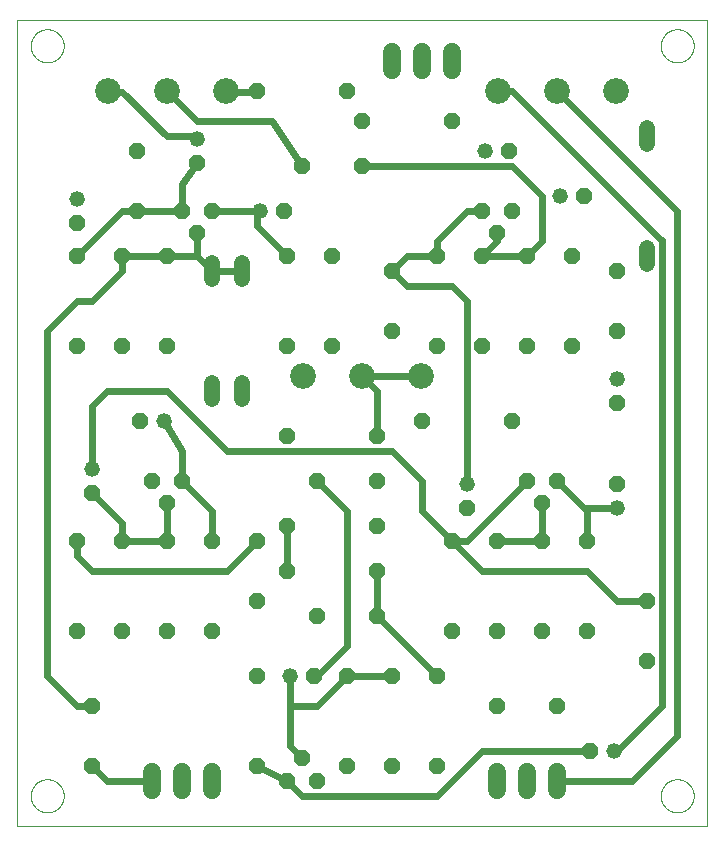
<source format=gtl>
G75*
%MOIN*%
%OFA0B0*%
%FSLAX25Y25*%
%IPPOS*%
%LPD*%
%AMOC8*
5,1,8,0,0,1.08239X$1,22.5*
%
%ADD10C,0.00000*%
%ADD11OC8,0.05200*%
%ADD12C,0.05200*%
%ADD13C,0.06000*%
%ADD14C,0.05200*%
%ADD15C,0.08600*%
%ADD16C,0.02400*%
D10*
X0006800Y0006800D02*
X0006800Y0275501D01*
X0236721Y0275501D01*
X0236721Y0006800D01*
X0006800Y0006800D01*
X0011288Y0016800D02*
X0011290Y0016948D01*
X0011296Y0017096D01*
X0011306Y0017244D01*
X0011320Y0017391D01*
X0011338Y0017538D01*
X0011359Y0017684D01*
X0011385Y0017830D01*
X0011415Y0017975D01*
X0011448Y0018119D01*
X0011486Y0018262D01*
X0011527Y0018404D01*
X0011572Y0018545D01*
X0011620Y0018685D01*
X0011673Y0018824D01*
X0011729Y0018961D01*
X0011789Y0019096D01*
X0011852Y0019230D01*
X0011919Y0019362D01*
X0011990Y0019492D01*
X0012064Y0019620D01*
X0012141Y0019746D01*
X0012222Y0019870D01*
X0012306Y0019992D01*
X0012393Y0020111D01*
X0012484Y0020228D01*
X0012578Y0020343D01*
X0012674Y0020455D01*
X0012774Y0020565D01*
X0012876Y0020671D01*
X0012982Y0020775D01*
X0013090Y0020876D01*
X0013201Y0020974D01*
X0013314Y0021070D01*
X0013430Y0021162D01*
X0013548Y0021251D01*
X0013669Y0021336D01*
X0013792Y0021419D01*
X0013917Y0021498D01*
X0014044Y0021574D01*
X0014173Y0021646D01*
X0014304Y0021715D01*
X0014437Y0021780D01*
X0014572Y0021841D01*
X0014708Y0021899D01*
X0014845Y0021954D01*
X0014984Y0022004D01*
X0015125Y0022051D01*
X0015266Y0022094D01*
X0015409Y0022134D01*
X0015553Y0022169D01*
X0015697Y0022201D01*
X0015843Y0022228D01*
X0015989Y0022252D01*
X0016136Y0022272D01*
X0016283Y0022288D01*
X0016430Y0022300D01*
X0016578Y0022308D01*
X0016726Y0022312D01*
X0016874Y0022312D01*
X0017022Y0022308D01*
X0017170Y0022300D01*
X0017317Y0022288D01*
X0017464Y0022272D01*
X0017611Y0022252D01*
X0017757Y0022228D01*
X0017903Y0022201D01*
X0018047Y0022169D01*
X0018191Y0022134D01*
X0018334Y0022094D01*
X0018475Y0022051D01*
X0018616Y0022004D01*
X0018755Y0021954D01*
X0018892Y0021899D01*
X0019028Y0021841D01*
X0019163Y0021780D01*
X0019296Y0021715D01*
X0019427Y0021646D01*
X0019556Y0021574D01*
X0019683Y0021498D01*
X0019808Y0021419D01*
X0019931Y0021336D01*
X0020052Y0021251D01*
X0020170Y0021162D01*
X0020286Y0021070D01*
X0020399Y0020974D01*
X0020510Y0020876D01*
X0020618Y0020775D01*
X0020724Y0020671D01*
X0020826Y0020565D01*
X0020926Y0020455D01*
X0021022Y0020343D01*
X0021116Y0020228D01*
X0021207Y0020111D01*
X0021294Y0019992D01*
X0021378Y0019870D01*
X0021459Y0019746D01*
X0021536Y0019620D01*
X0021610Y0019492D01*
X0021681Y0019362D01*
X0021748Y0019230D01*
X0021811Y0019096D01*
X0021871Y0018961D01*
X0021927Y0018824D01*
X0021980Y0018685D01*
X0022028Y0018545D01*
X0022073Y0018404D01*
X0022114Y0018262D01*
X0022152Y0018119D01*
X0022185Y0017975D01*
X0022215Y0017830D01*
X0022241Y0017684D01*
X0022262Y0017538D01*
X0022280Y0017391D01*
X0022294Y0017244D01*
X0022304Y0017096D01*
X0022310Y0016948D01*
X0022312Y0016800D01*
X0022310Y0016652D01*
X0022304Y0016504D01*
X0022294Y0016356D01*
X0022280Y0016209D01*
X0022262Y0016062D01*
X0022241Y0015916D01*
X0022215Y0015770D01*
X0022185Y0015625D01*
X0022152Y0015481D01*
X0022114Y0015338D01*
X0022073Y0015196D01*
X0022028Y0015055D01*
X0021980Y0014915D01*
X0021927Y0014776D01*
X0021871Y0014639D01*
X0021811Y0014504D01*
X0021748Y0014370D01*
X0021681Y0014238D01*
X0021610Y0014108D01*
X0021536Y0013980D01*
X0021459Y0013854D01*
X0021378Y0013730D01*
X0021294Y0013608D01*
X0021207Y0013489D01*
X0021116Y0013372D01*
X0021022Y0013257D01*
X0020926Y0013145D01*
X0020826Y0013035D01*
X0020724Y0012929D01*
X0020618Y0012825D01*
X0020510Y0012724D01*
X0020399Y0012626D01*
X0020286Y0012530D01*
X0020170Y0012438D01*
X0020052Y0012349D01*
X0019931Y0012264D01*
X0019808Y0012181D01*
X0019683Y0012102D01*
X0019556Y0012026D01*
X0019427Y0011954D01*
X0019296Y0011885D01*
X0019163Y0011820D01*
X0019028Y0011759D01*
X0018892Y0011701D01*
X0018755Y0011646D01*
X0018616Y0011596D01*
X0018475Y0011549D01*
X0018334Y0011506D01*
X0018191Y0011466D01*
X0018047Y0011431D01*
X0017903Y0011399D01*
X0017757Y0011372D01*
X0017611Y0011348D01*
X0017464Y0011328D01*
X0017317Y0011312D01*
X0017170Y0011300D01*
X0017022Y0011292D01*
X0016874Y0011288D01*
X0016726Y0011288D01*
X0016578Y0011292D01*
X0016430Y0011300D01*
X0016283Y0011312D01*
X0016136Y0011328D01*
X0015989Y0011348D01*
X0015843Y0011372D01*
X0015697Y0011399D01*
X0015553Y0011431D01*
X0015409Y0011466D01*
X0015266Y0011506D01*
X0015125Y0011549D01*
X0014984Y0011596D01*
X0014845Y0011646D01*
X0014708Y0011701D01*
X0014572Y0011759D01*
X0014437Y0011820D01*
X0014304Y0011885D01*
X0014173Y0011954D01*
X0014044Y0012026D01*
X0013917Y0012102D01*
X0013792Y0012181D01*
X0013669Y0012264D01*
X0013548Y0012349D01*
X0013430Y0012438D01*
X0013314Y0012530D01*
X0013201Y0012626D01*
X0013090Y0012724D01*
X0012982Y0012825D01*
X0012876Y0012929D01*
X0012774Y0013035D01*
X0012674Y0013145D01*
X0012578Y0013257D01*
X0012484Y0013372D01*
X0012393Y0013489D01*
X0012306Y0013608D01*
X0012222Y0013730D01*
X0012141Y0013854D01*
X0012064Y0013980D01*
X0011990Y0014108D01*
X0011919Y0014238D01*
X0011852Y0014370D01*
X0011789Y0014504D01*
X0011729Y0014639D01*
X0011673Y0014776D01*
X0011620Y0014915D01*
X0011572Y0015055D01*
X0011527Y0015196D01*
X0011486Y0015338D01*
X0011448Y0015481D01*
X0011415Y0015625D01*
X0011385Y0015770D01*
X0011359Y0015916D01*
X0011338Y0016062D01*
X0011320Y0016209D01*
X0011306Y0016356D01*
X0011296Y0016504D01*
X0011290Y0016652D01*
X0011288Y0016800D01*
X0011288Y0266800D02*
X0011290Y0266948D01*
X0011296Y0267096D01*
X0011306Y0267244D01*
X0011320Y0267391D01*
X0011338Y0267538D01*
X0011359Y0267684D01*
X0011385Y0267830D01*
X0011415Y0267975D01*
X0011448Y0268119D01*
X0011486Y0268262D01*
X0011527Y0268404D01*
X0011572Y0268545D01*
X0011620Y0268685D01*
X0011673Y0268824D01*
X0011729Y0268961D01*
X0011789Y0269096D01*
X0011852Y0269230D01*
X0011919Y0269362D01*
X0011990Y0269492D01*
X0012064Y0269620D01*
X0012141Y0269746D01*
X0012222Y0269870D01*
X0012306Y0269992D01*
X0012393Y0270111D01*
X0012484Y0270228D01*
X0012578Y0270343D01*
X0012674Y0270455D01*
X0012774Y0270565D01*
X0012876Y0270671D01*
X0012982Y0270775D01*
X0013090Y0270876D01*
X0013201Y0270974D01*
X0013314Y0271070D01*
X0013430Y0271162D01*
X0013548Y0271251D01*
X0013669Y0271336D01*
X0013792Y0271419D01*
X0013917Y0271498D01*
X0014044Y0271574D01*
X0014173Y0271646D01*
X0014304Y0271715D01*
X0014437Y0271780D01*
X0014572Y0271841D01*
X0014708Y0271899D01*
X0014845Y0271954D01*
X0014984Y0272004D01*
X0015125Y0272051D01*
X0015266Y0272094D01*
X0015409Y0272134D01*
X0015553Y0272169D01*
X0015697Y0272201D01*
X0015843Y0272228D01*
X0015989Y0272252D01*
X0016136Y0272272D01*
X0016283Y0272288D01*
X0016430Y0272300D01*
X0016578Y0272308D01*
X0016726Y0272312D01*
X0016874Y0272312D01*
X0017022Y0272308D01*
X0017170Y0272300D01*
X0017317Y0272288D01*
X0017464Y0272272D01*
X0017611Y0272252D01*
X0017757Y0272228D01*
X0017903Y0272201D01*
X0018047Y0272169D01*
X0018191Y0272134D01*
X0018334Y0272094D01*
X0018475Y0272051D01*
X0018616Y0272004D01*
X0018755Y0271954D01*
X0018892Y0271899D01*
X0019028Y0271841D01*
X0019163Y0271780D01*
X0019296Y0271715D01*
X0019427Y0271646D01*
X0019556Y0271574D01*
X0019683Y0271498D01*
X0019808Y0271419D01*
X0019931Y0271336D01*
X0020052Y0271251D01*
X0020170Y0271162D01*
X0020286Y0271070D01*
X0020399Y0270974D01*
X0020510Y0270876D01*
X0020618Y0270775D01*
X0020724Y0270671D01*
X0020826Y0270565D01*
X0020926Y0270455D01*
X0021022Y0270343D01*
X0021116Y0270228D01*
X0021207Y0270111D01*
X0021294Y0269992D01*
X0021378Y0269870D01*
X0021459Y0269746D01*
X0021536Y0269620D01*
X0021610Y0269492D01*
X0021681Y0269362D01*
X0021748Y0269230D01*
X0021811Y0269096D01*
X0021871Y0268961D01*
X0021927Y0268824D01*
X0021980Y0268685D01*
X0022028Y0268545D01*
X0022073Y0268404D01*
X0022114Y0268262D01*
X0022152Y0268119D01*
X0022185Y0267975D01*
X0022215Y0267830D01*
X0022241Y0267684D01*
X0022262Y0267538D01*
X0022280Y0267391D01*
X0022294Y0267244D01*
X0022304Y0267096D01*
X0022310Y0266948D01*
X0022312Y0266800D01*
X0022310Y0266652D01*
X0022304Y0266504D01*
X0022294Y0266356D01*
X0022280Y0266209D01*
X0022262Y0266062D01*
X0022241Y0265916D01*
X0022215Y0265770D01*
X0022185Y0265625D01*
X0022152Y0265481D01*
X0022114Y0265338D01*
X0022073Y0265196D01*
X0022028Y0265055D01*
X0021980Y0264915D01*
X0021927Y0264776D01*
X0021871Y0264639D01*
X0021811Y0264504D01*
X0021748Y0264370D01*
X0021681Y0264238D01*
X0021610Y0264108D01*
X0021536Y0263980D01*
X0021459Y0263854D01*
X0021378Y0263730D01*
X0021294Y0263608D01*
X0021207Y0263489D01*
X0021116Y0263372D01*
X0021022Y0263257D01*
X0020926Y0263145D01*
X0020826Y0263035D01*
X0020724Y0262929D01*
X0020618Y0262825D01*
X0020510Y0262724D01*
X0020399Y0262626D01*
X0020286Y0262530D01*
X0020170Y0262438D01*
X0020052Y0262349D01*
X0019931Y0262264D01*
X0019808Y0262181D01*
X0019683Y0262102D01*
X0019556Y0262026D01*
X0019427Y0261954D01*
X0019296Y0261885D01*
X0019163Y0261820D01*
X0019028Y0261759D01*
X0018892Y0261701D01*
X0018755Y0261646D01*
X0018616Y0261596D01*
X0018475Y0261549D01*
X0018334Y0261506D01*
X0018191Y0261466D01*
X0018047Y0261431D01*
X0017903Y0261399D01*
X0017757Y0261372D01*
X0017611Y0261348D01*
X0017464Y0261328D01*
X0017317Y0261312D01*
X0017170Y0261300D01*
X0017022Y0261292D01*
X0016874Y0261288D01*
X0016726Y0261288D01*
X0016578Y0261292D01*
X0016430Y0261300D01*
X0016283Y0261312D01*
X0016136Y0261328D01*
X0015989Y0261348D01*
X0015843Y0261372D01*
X0015697Y0261399D01*
X0015553Y0261431D01*
X0015409Y0261466D01*
X0015266Y0261506D01*
X0015125Y0261549D01*
X0014984Y0261596D01*
X0014845Y0261646D01*
X0014708Y0261701D01*
X0014572Y0261759D01*
X0014437Y0261820D01*
X0014304Y0261885D01*
X0014173Y0261954D01*
X0014044Y0262026D01*
X0013917Y0262102D01*
X0013792Y0262181D01*
X0013669Y0262264D01*
X0013548Y0262349D01*
X0013430Y0262438D01*
X0013314Y0262530D01*
X0013201Y0262626D01*
X0013090Y0262724D01*
X0012982Y0262825D01*
X0012876Y0262929D01*
X0012774Y0263035D01*
X0012674Y0263145D01*
X0012578Y0263257D01*
X0012484Y0263372D01*
X0012393Y0263489D01*
X0012306Y0263608D01*
X0012222Y0263730D01*
X0012141Y0263854D01*
X0012064Y0263980D01*
X0011990Y0264108D01*
X0011919Y0264238D01*
X0011852Y0264370D01*
X0011789Y0264504D01*
X0011729Y0264639D01*
X0011673Y0264776D01*
X0011620Y0264915D01*
X0011572Y0265055D01*
X0011527Y0265196D01*
X0011486Y0265338D01*
X0011448Y0265481D01*
X0011415Y0265625D01*
X0011385Y0265770D01*
X0011359Y0265916D01*
X0011338Y0266062D01*
X0011320Y0266209D01*
X0011306Y0266356D01*
X0011296Y0266504D01*
X0011290Y0266652D01*
X0011288Y0266800D01*
X0221288Y0266800D02*
X0221290Y0266948D01*
X0221296Y0267096D01*
X0221306Y0267244D01*
X0221320Y0267391D01*
X0221338Y0267538D01*
X0221359Y0267684D01*
X0221385Y0267830D01*
X0221415Y0267975D01*
X0221448Y0268119D01*
X0221486Y0268262D01*
X0221527Y0268404D01*
X0221572Y0268545D01*
X0221620Y0268685D01*
X0221673Y0268824D01*
X0221729Y0268961D01*
X0221789Y0269096D01*
X0221852Y0269230D01*
X0221919Y0269362D01*
X0221990Y0269492D01*
X0222064Y0269620D01*
X0222141Y0269746D01*
X0222222Y0269870D01*
X0222306Y0269992D01*
X0222393Y0270111D01*
X0222484Y0270228D01*
X0222578Y0270343D01*
X0222674Y0270455D01*
X0222774Y0270565D01*
X0222876Y0270671D01*
X0222982Y0270775D01*
X0223090Y0270876D01*
X0223201Y0270974D01*
X0223314Y0271070D01*
X0223430Y0271162D01*
X0223548Y0271251D01*
X0223669Y0271336D01*
X0223792Y0271419D01*
X0223917Y0271498D01*
X0224044Y0271574D01*
X0224173Y0271646D01*
X0224304Y0271715D01*
X0224437Y0271780D01*
X0224572Y0271841D01*
X0224708Y0271899D01*
X0224845Y0271954D01*
X0224984Y0272004D01*
X0225125Y0272051D01*
X0225266Y0272094D01*
X0225409Y0272134D01*
X0225553Y0272169D01*
X0225697Y0272201D01*
X0225843Y0272228D01*
X0225989Y0272252D01*
X0226136Y0272272D01*
X0226283Y0272288D01*
X0226430Y0272300D01*
X0226578Y0272308D01*
X0226726Y0272312D01*
X0226874Y0272312D01*
X0227022Y0272308D01*
X0227170Y0272300D01*
X0227317Y0272288D01*
X0227464Y0272272D01*
X0227611Y0272252D01*
X0227757Y0272228D01*
X0227903Y0272201D01*
X0228047Y0272169D01*
X0228191Y0272134D01*
X0228334Y0272094D01*
X0228475Y0272051D01*
X0228616Y0272004D01*
X0228755Y0271954D01*
X0228892Y0271899D01*
X0229028Y0271841D01*
X0229163Y0271780D01*
X0229296Y0271715D01*
X0229427Y0271646D01*
X0229556Y0271574D01*
X0229683Y0271498D01*
X0229808Y0271419D01*
X0229931Y0271336D01*
X0230052Y0271251D01*
X0230170Y0271162D01*
X0230286Y0271070D01*
X0230399Y0270974D01*
X0230510Y0270876D01*
X0230618Y0270775D01*
X0230724Y0270671D01*
X0230826Y0270565D01*
X0230926Y0270455D01*
X0231022Y0270343D01*
X0231116Y0270228D01*
X0231207Y0270111D01*
X0231294Y0269992D01*
X0231378Y0269870D01*
X0231459Y0269746D01*
X0231536Y0269620D01*
X0231610Y0269492D01*
X0231681Y0269362D01*
X0231748Y0269230D01*
X0231811Y0269096D01*
X0231871Y0268961D01*
X0231927Y0268824D01*
X0231980Y0268685D01*
X0232028Y0268545D01*
X0232073Y0268404D01*
X0232114Y0268262D01*
X0232152Y0268119D01*
X0232185Y0267975D01*
X0232215Y0267830D01*
X0232241Y0267684D01*
X0232262Y0267538D01*
X0232280Y0267391D01*
X0232294Y0267244D01*
X0232304Y0267096D01*
X0232310Y0266948D01*
X0232312Y0266800D01*
X0232310Y0266652D01*
X0232304Y0266504D01*
X0232294Y0266356D01*
X0232280Y0266209D01*
X0232262Y0266062D01*
X0232241Y0265916D01*
X0232215Y0265770D01*
X0232185Y0265625D01*
X0232152Y0265481D01*
X0232114Y0265338D01*
X0232073Y0265196D01*
X0232028Y0265055D01*
X0231980Y0264915D01*
X0231927Y0264776D01*
X0231871Y0264639D01*
X0231811Y0264504D01*
X0231748Y0264370D01*
X0231681Y0264238D01*
X0231610Y0264108D01*
X0231536Y0263980D01*
X0231459Y0263854D01*
X0231378Y0263730D01*
X0231294Y0263608D01*
X0231207Y0263489D01*
X0231116Y0263372D01*
X0231022Y0263257D01*
X0230926Y0263145D01*
X0230826Y0263035D01*
X0230724Y0262929D01*
X0230618Y0262825D01*
X0230510Y0262724D01*
X0230399Y0262626D01*
X0230286Y0262530D01*
X0230170Y0262438D01*
X0230052Y0262349D01*
X0229931Y0262264D01*
X0229808Y0262181D01*
X0229683Y0262102D01*
X0229556Y0262026D01*
X0229427Y0261954D01*
X0229296Y0261885D01*
X0229163Y0261820D01*
X0229028Y0261759D01*
X0228892Y0261701D01*
X0228755Y0261646D01*
X0228616Y0261596D01*
X0228475Y0261549D01*
X0228334Y0261506D01*
X0228191Y0261466D01*
X0228047Y0261431D01*
X0227903Y0261399D01*
X0227757Y0261372D01*
X0227611Y0261348D01*
X0227464Y0261328D01*
X0227317Y0261312D01*
X0227170Y0261300D01*
X0227022Y0261292D01*
X0226874Y0261288D01*
X0226726Y0261288D01*
X0226578Y0261292D01*
X0226430Y0261300D01*
X0226283Y0261312D01*
X0226136Y0261328D01*
X0225989Y0261348D01*
X0225843Y0261372D01*
X0225697Y0261399D01*
X0225553Y0261431D01*
X0225409Y0261466D01*
X0225266Y0261506D01*
X0225125Y0261549D01*
X0224984Y0261596D01*
X0224845Y0261646D01*
X0224708Y0261701D01*
X0224572Y0261759D01*
X0224437Y0261820D01*
X0224304Y0261885D01*
X0224173Y0261954D01*
X0224044Y0262026D01*
X0223917Y0262102D01*
X0223792Y0262181D01*
X0223669Y0262264D01*
X0223548Y0262349D01*
X0223430Y0262438D01*
X0223314Y0262530D01*
X0223201Y0262626D01*
X0223090Y0262724D01*
X0222982Y0262825D01*
X0222876Y0262929D01*
X0222774Y0263035D01*
X0222674Y0263145D01*
X0222578Y0263257D01*
X0222484Y0263372D01*
X0222393Y0263489D01*
X0222306Y0263608D01*
X0222222Y0263730D01*
X0222141Y0263854D01*
X0222064Y0263980D01*
X0221990Y0264108D01*
X0221919Y0264238D01*
X0221852Y0264370D01*
X0221789Y0264504D01*
X0221729Y0264639D01*
X0221673Y0264776D01*
X0221620Y0264915D01*
X0221572Y0265055D01*
X0221527Y0265196D01*
X0221486Y0265338D01*
X0221448Y0265481D01*
X0221415Y0265625D01*
X0221385Y0265770D01*
X0221359Y0265916D01*
X0221338Y0266062D01*
X0221320Y0266209D01*
X0221306Y0266356D01*
X0221296Y0266504D01*
X0221290Y0266652D01*
X0221288Y0266800D01*
X0221288Y0016800D02*
X0221290Y0016948D01*
X0221296Y0017096D01*
X0221306Y0017244D01*
X0221320Y0017391D01*
X0221338Y0017538D01*
X0221359Y0017684D01*
X0221385Y0017830D01*
X0221415Y0017975D01*
X0221448Y0018119D01*
X0221486Y0018262D01*
X0221527Y0018404D01*
X0221572Y0018545D01*
X0221620Y0018685D01*
X0221673Y0018824D01*
X0221729Y0018961D01*
X0221789Y0019096D01*
X0221852Y0019230D01*
X0221919Y0019362D01*
X0221990Y0019492D01*
X0222064Y0019620D01*
X0222141Y0019746D01*
X0222222Y0019870D01*
X0222306Y0019992D01*
X0222393Y0020111D01*
X0222484Y0020228D01*
X0222578Y0020343D01*
X0222674Y0020455D01*
X0222774Y0020565D01*
X0222876Y0020671D01*
X0222982Y0020775D01*
X0223090Y0020876D01*
X0223201Y0020974D01*
X0223314Y0021070D01*
X0223430Y0021162D01*
X0223548Y0021251D01*
X0223669Y0021336D01*
X0223792Y0021419D01*
X0223917Y0021498D01*
X0224044Y0021574D01*
X0224173Y0021646D01*
X0224304Y0021715D01*
X0224437Y0021780D01*
X0224572Y0021841D01*
X0224708Y0021899D01*
X0224845Y0021954D01*
X0224984Y0022004D01*
X0225125Y0022051D01*
X0225266Y0022094D01*
X0225409Y0022134D01*
X0225553Y0022169D01*
X0225697Y0022201D01*
X0225843Y0022228D01*
X0225989Y0022252D01*
X0226136Y0022272D01*
X0226283Y0022288D01*
X0226430Y0022300D01*
X0226578Y0022308D01*
X0226726Y0022312D01*
X0226874Y0022312D01*
X0227022Y0022308D01*
X0227170Y0022300D01*
X0227317Y0022288D01*
X0227464Y0022272D01*
X0227611Y0022252D01*
X0227757Y0022228D01*
X0227903Y0022201D01*
X0228047Y0022169D01*
X0228191Y0022134D01*
X0228334Y0022094D01*
X0228475Y0022051D01*
X0228616Y0022004D01*
X0228755Y0021954D01*
X0228892Y0021899D01*
X0229028Y0021841D01*
X0229163Y0021780D01*
X0229296Y0021715D01*
X0229427Y0021646D01*
X0229556Y0021574D01*
X0229683Y0021498D01*
X0229808Y0021419D01*
X0229931Y0021336D01*
X0230052Y0021251D01*
X0230170Y0021162D01*
X0230286Y0021070D01*
X0230399Y0020974D01*
X0230510Y0020876D01*
X0230618Y0020775D01*
X0230724Y0020671D01*
X0230826Y0020565D01*
X0230926Y0020455D01*
X0231022Y0020343D01*
X0231116Y0020228D01*
X0231207Y0020111D01*
X0231294Y0019992D01*
X0231378Y0019870D01*
X0231459Y0019746D01*
X0231536Y0019620D01*
X0231610Y0019492D01*
X0231681Y0019362D01*
X0231748Y0019230D01*
X0231811Y0019096D01*
X0231871Y0018961D01*
X0231927Y0018824D01*
X0231980Y0018685D01*
X0232028Y0018545D01*
X0232073Y0018404D01*
X0232114Y0018262D01*
X0232152Y0018119D01*
X0232185Y0017975D01*
X0232215Y0017830D01*
X0232241Y0017684D01*
X0232262Y0017538D01*
X0232280Y0017391D01*
X0232294Y0017244D01*
X0232304Y0017096D01*
X0232310Y0016948D01*
X0232312Y0016800D01*
X0232310Y0016652D01*
X0232304Y0016504D01*
X0232294Y0016356D01*
X0232280Y0016209D01*
X0232262Y0016062D01*
X0232241Y0015916D01*
X0232215Y0015770D01*
X0232185Y0015625D01*
X0232152Y0015481D01*
X0232114Y0015338D01*
X0232073Y0015196D01*
X0232028Y0015055D01*
X0231980Y0014915D01*
X0231927Y0014776D01*
X0231871Y0014639D01*
X0231811Y0014504D01*
X0231748Y0014370D01*
X0231681Y0014238D01*
X0231610Y0014108D01*
X0231536Y0013980D01*
X0231459Y0013854D01*
X0231378Y0013730D01*
X0231294Y0013608D01*
X0231207Y0013489D01*
X0231116Y0013372D01*
X0231022Y0013257D01*
X0230926Y0013145D01*
X0230826Y0013035D01*
X0230724Y0012929D01*
X0230618Y0012825D01*
X0230510Y0012724D01*
X0230399Y0012626D01*
X0230286Y0012530D01*
X0230170Y0012438D01*
X0230052Y0012349D01*
X0229931Y0012264D01*
X0229808Y0012181D01*
X0229683Y0012102D01*
X0229556Y0012026D01*
X0229427Y0011954D01*
X0229296Y0011885D01*
X0229163Y0011820D01*
X0229028Y0011759D01*
X0228892Y0011701D01*
X0228755Y0011646D01*
X0228616Y0011596D01*
X0228475Y0011549D01*
X0228334Y0011506D01*
X0228191Y0011466D01*
X0228047Y0011431D01*
X0227903Y0011399D01*
X0227757Y0011372D01*
X0227611Y0011348D01*
X0227464Y0011328D01*
X0227317Y0011312D01*
X0227170Y0011300D01*
X0227022Y0011292D01*
X0226874Y0011288D01*
X0226726Y0011288D01*
X0226578Y0011292D01*
X0226430Y0011300D01*
X0226283Y0011312D01*
X0226136Y0011328D01*
X0225989Y0011348D01*
X0225843Y0011372D01*
X0225697Y0011399D01*
X0225553Y0011431D01*
X0225409Y0011466D01*
X0225266Y0011506D01*
X0225125Y0011549D01*
X0224984Y0011596D01*
X0224845Y0011646D01*
X0224708Y0011701D01*
X0224572Y0011759D01*
X0224437Y0011820D01*
X0224304Y0011885D01*
X0224173Y0011954D01*
X0224044Y0012026D01*
X0223917Y0012102D01*
X0223792Y0012181D01*
X0223669Y0012264D01*
X0223548Y0012349D01*
X0223430Y0012438D01*
X0223314Y0012530D01*
X0223201Y0012626D01*
X0223090Y0012724D01*
X0222982Y0012825D01*
X0222876Y0012929D01*
X0222774Y0013035D01*
X0222674Y0013145D01*
X0222578Y0013257D01*
X0222484Y0013372D01*
X0222393Y0013489D01*
X0222306Y0013608D01*
X0222222Y0013730D01*
X0222141Y0013854D01*
X0222064Y0013980D01*
X0221990Y0014108D01*
X0221919Y0014238D01*
X0221852Y0014370D01*
X0221789Y0014504D01*
X0221729Y0014639D01*
X0221673Y0014776D01*
X0221620Y0014915D01*
X0221572Y0015055D01*
X0221527Y0015196D01*
X0221486Y0015338D01*
X0221448Y0015481D01*
X0221415Y0015625D01*
X0221385Y0015770D01*
X0221359Y0015916D01*
X0221338Y0016062D01*
X0221320Y0016209D01*
X0221306Y0016356D01*
X0221296Y0016504D01*
X0221290Y0016652D01*
X0221288Y0016800D01*
D11*
X0197800Y0031800D03*
X0186800Y0046800D03*
X0166800Y0046800D03*
X0146800Y0056800D03*
X0151800Y0071800D03*
X0166800Y0071800D03*
X0181800Y0071800D03*
X0196800Y0071800D03*
X0216800Y0061800D03*
X0216800Y0081800D03*
X0196800Y0101800D03*
X0181800Y0101800D03*
X0181800Y0114300D03*
X0176800Y0121800D03*
X0186800Y0121800D03*
X0171800Y0141800D03*
X0176800Y0166800D03*
X0161800Y0166800D03*
X0146800Y0166800D03*
X0131800Y0171800D03*
X0131800Y0191800D03*
X0146800Y0196800D03*
X0161800Y0196800D03*
X0166800Y0204300D03*
X0161800Y0211800D03*
X0171800Y0211800D03*
X0176800Y0196800D03*
X0191800Y0196800D03*
X0206800Y0191800D03*
X0206800Y0171800D03*
X0191800Y0166800D03*
X0206800Y0147800D03*
X0206800Y0120800D03*
X0166800Y0101800D03*
X0156800Y0112800D03*
X0151800Y0101800D03*
X0126800Y0106800D03*
X0126800Y0121800D03*
X0126800Y0136800D03*
X0141800Y0141800D03*
X0111800Y0166800D03*
X0096800Y0166800D03*
X0096800Y0136800D03*
X0106800Y0121800D03*
X0096800Y0106800D03*
X0086800Y0101800D03*
X0096800Y0091800D03*
X0086800Y0081800D03*
X0071800Y0071800D03*
X0056800Y0071800D03*
X0041800Y0071800D03*
X0026800Y0071800D03*
X0031800Y0046800D03*
X0031800Y0026800D03*
X0086800Y0026800D03*
X0096800Y0021800D03*
X0101800Y0029300D03*
X0106800Y0021800D03*
X0116800Y0026800D03*
X0131800Y0026800D03*
X0146800Y0026800D03*
X0131800Y0056800D03*
X0126800Y0076800D03*
X0126800Y0091800D03*
X0106800Y0076800D03*
X0105800Y0056800D03*
X0116800Y0056800D03*
X0086800Y0056800D03*
X0071800Y0101800D03*
X0056800Y0101800D03*
X0056800Y0114300D03*
X0051800Y0121800D03*
X0061800Y0121800D03*
X0047800Y0141800D03*
X0031800Y0117800D03*
X0026800Y0101800D03*
X0041800Y0101800D03*
X0041800Y0166800D03*
X0026800Y0166800D03*
X0026800Y0196800D03*
X0026800Y0207800D03*
X0041800Y0196800D03*
X0046800Y0211800D03*
X0056800Y0196800D03*
X0066800Y0204300D03*
X0061800Y0211800D03*
X0071800Y0211800D03*
X0066800Y0227800D03*
X0046800Y0231800D03*
X0086800Y0251800D03*
X0101800Y0226800D03*
X0095800Y0211800D03*
X0096800Y0196800D03*
X0111800Y0196800D03*
X0121800Y0226800D03*
X0121800Y0241800D03*
X0116800Y0251800D03*
X0151800Y0241800D03*
X0170800Y0231800D03*
X0195800Y0216800D03*
X0056800Y0166800D03*
D12*
X0055800Y0141800D03*
X0031800Y0125800D03*
X0097800Y0056800D03*
X0156800Y0120800D03*
X0206800Y0112800D03*
X0206800Y0155800D03*
X0187800Y0216800D03*
X0162800Y0231800D03*
X0087800Y0211800D03*
X0066800Y0235800D03*
X0026800Y0215800D03*
X0205800Y0031800D03*
D13*
X0186800Y0024800D02*
X0186800Y0018800D01*
X0176800Y0018800D02*
X0176800Y0024800D01*
X0166800Y0024800D02*
X0166800Y0018800D01*
X0071800Y0018800D02*
X0071800Y0024800D01*
X0061800Y0024800D02*
X0061800Y0018800D01*
X0051800Y0018800D02*
X0051800Y0024800D01*
X0131800Y0258800D02*
X0131800Y0264800D01*
X0141800Y0264800D02*
X0141800Y0258800D01*
X0151800Y0258800D02*
X0151800Y0264800D01*
D14*
X0216800Y0239400D02*
X0216800Y0234200D01*
X0216800Y0199400D02*
X0216800Y0194200D01*
X0081800Y0194400D02*
X0081800Y0189200D01*
X0071800Y0189200D02*
X0071800Y0194400D01*
X0071800Y0154400D02*
X0071800Y0149200D01*
X0081800Y0149200D02*
X0081800Y0154400D01*
D15*
X0102115Y0156800D03*
X0121800Y0156800D03*
X0141485Y0156800D03*
X0167115Y0251800D03*
X0186800Y0251800D03*
X0206485Y0251800D03*
X0076485Y0251800D03*
X0056800Y0251800D03*
X0037115Y0251800D03*
D16*
X0041800Y0251485D01*
X0056800Y0236800D01*
X0066800Y0236800D01*
X0066800Y0235800D01*
X0066800Y0241800D02*
X0091800Y0241800D01*
X0101800Y0226800D01*
X0087800Y0211800D02*
X0086800Y0210800D01*
X0086800Y0206800D01*
X0096800Y0196800D01*
X0086800Y0210800D02*
X0086800Y0211800D01*
X0087800Y0211800D01*
X0086800Y0211800D02*
X0071800Y0211800D01*
X0066800Y0204300D02*
X0066800Y0196800D01*
X0071800Y0191800D01*
X0081800Y0191800D01*
X0066800Y0196800D02*
X0056800Y0196800D01*
X0041800Y0196800D01*
X0041800Y0191800D01*
X0031800Y0181800D01*
X0026800Y0181800D01*
X0016800Y0171800D01*
X0016800Y0056800D01*
X0026800Y0046800D01*
X0031800Y0046800D01*
X0031800Y0026800D02*
X0036800Y0021800D01*
X0051800Y0021800D01*
X0086800Y0026800D02*
X0096800Y0021800D01*
X0101800Y0016800D01*
X0146800Y0016800D01*
X0161800Y0031800D01*
X0197800Y0031800D01*
X0205800Y0031800D02*
X0206800Y0031800D01*
X0221800Y0046800D01*
X0221800Y0202115D01*
X0221485Y0202115D01*
X0171800Y0251800D01*
X0167115Y0251800D01*
X0171800Y0226800D02*
X0181800Y0216800D01*
X0181800Y0201800D01*
X0176800Y0196800D01*
X0161800Y0196800D01*
X0166800Y0201800D01*
X0166800Y0204300D01*
X0161800Y0211800D02*
X0156800Y0211800D01*
X0146800Y0201800D01*
X0146800Y0196800D01*
X0136800Y0196800D01*
X0131800Y0191800D01*
X0136800Y0186800D01*
X0151800Y0186800D01*
X0156800Y0181800D01*
X0156800Y0120800D01*
X0141800Y0121800D02*
X0141800Y0111800D01*
X0151800Y0101800D01*
X0161800Y0091800D01*
X0196800Y0091800D01*
X0206800Y0081800D01*
X0216800Y0081800D01*
X0196800Y0101800D02*
X0196800Y0112800D01*
X0195800Y0112800D01*
X0186800Y0121800D01*
X0181800Y0114300D02*
X0181800Y0101800D01*
X0166800Y0101800D01*
X0166800Y0102800D01*
X0156800Y0101800D02*
X0151800Y0101800D01*
X0156800Y0101800D02*
X0176800Y0121800D01*
X0196800Y0112800D02*
X0206800Y0112800D01*
X0226800Y0036800D02*
X0211800Y0021800D01*
X0186800Y0021800D01*
X0226800Y0036800D02*
X0226800Y0211800D01*
X0186800Y0251800D01*
X0171800Y0226800D02*
X0121800Y0226800D01*
X0086800Y0251800D02*
X0081485Y0251485D01*
X0076485Y0251800D01*
X0066800Y0241800D02*
X0056800Y0251800D01*
X0066800Y0227800D02*
X0061800Y0220800D01*
X0061800Y0211800D01*
X0046800Y0211800D01*
X0041800Y0211800D01*
X0026800Y0196800D01*
X0036800Y0151800D02*
X0056800Y0151800D01*
X0076800Y0131800D01*
X0131800Y0131800D01*
X0141800Y0121800D01*
X0126800Y0136800D02*
X0126800Y0151800D01*
X0121800Y0156800D01*
X0141485Y0156800D01*
X0106800Y0121800D02*
X0116800Y0111800D01*
X0116800Y0066800D01*
X0106800Y0056800D01*
X0105800Y0056800D01*
X0097800Y0056800D02*
X0096800Y0056800D01*
X0097800Y0055800D01*
X0097800Y0046800D01*
X0106800Y0046800D01*
X0116800Y0056800D01*
X0131800Y0056800D01*
X0146800Y0056800D02*
X0126800Y0076800D01*
X0126800Y0091800D01*
X0097800Y0056800D02*
X0097800Y0055800D01*
X0097800Y0046800D02*
X0097800Y0033300D01*
X0101800Y0029300D01*
X0096800Y0091800D02*
X0096800Y0106800D01*
X0086800Y0101800D02*
X0076800Y0091800D01*
X0031800Y0091800D01*
X0026800Y0096800D01*
X0026800Y0101800D01*
X0041800Y0107800D02*
X0031800Y0117800D01*
X0031800Y0125800D02*
X0031800Y0146800D01*
X0036800Y0151800D01*
X0055800Y0141800D02*
X0061800Y0131800D01*
X0061800Y0121800D01*
X0071800Y0111800D01*
X0071800Y0101800D01*
X0056800Y0101800D02*
X0041800Y0101800D01*
X0041800Y0107800D01*
X0056800Y0101800D02*
X0056800Y0114300D01*
M02*

</source>
